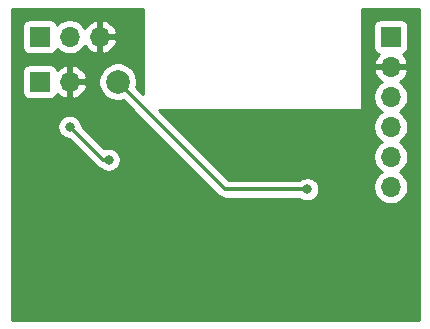
<source format=gbr>
%TF.GenerationSoftware,KiCad,Pcbnew,(5.1.9)-1*%
%TF.CreationDate,2021-10-20T11:11:32-07:00*%
%TF.ProjectId,LED-Controller-ESP-12F,4c45442d-436f-46e7-9472-6f6c6c65722d,A*%
%TF.SameCoordinates,Original*%
%TF.FileFunction,Copper,L2,Bot*%
%TF.FilePolarity,Positive*%
%FSLAX46Y46*%
G04 Gerber Fmt 4.6, Leading zero omitted, Abs format (unit mm)*
G04 Created by KiCad (PCBNEW (5.1.9)-1) date 2021-10-20 11:11:32*
%MOMM*%
%LPD*%
G01*
G04 APERTURE LIST*
%TA.AperFunction,ComponentPad*%
%ADD10R,1.700000X1.700000*%
%TD*%
%TA.AperFunction,ComponentPad*%
%ADD11O,1.700000X1.700000*%
%TD*%
%TA.AperFunction,ComponentPad*%
%ADD12C,2.000000*%
%TD*%
%TA.AperFunction,ViaPad*%
%ADD13C,0.800000*%
%TD*%
%TA.AperFunction,Conductor*%
%ADD14C,0.300387*%
%TD*%
%TA.AperFunction,Conductor*%
%ADD15C,0.254000*%
%TD*%
%TA.AperFunction,Conductor*%
%ADD16C,0.100000*%
%TD*%
G04 APERTURE END LIST*
D10*
%TO.P,J1,1*%
%TO.N,5V*%
X111252000Y-105664000D03*
D11*
%TO.P,J1,2*%
%TO.N,GROUND*%
X113792000Y-105664000D03*
%TD*%
D10*
%TO.P,J2,1*%
%TO.N,5V*%
X111252000Y-101854000D03*
D11*
%TO.P,J2,2*%
%TO.N,DATA*%
X113792000Y-101854000D03*
%TO.P,J2,3*%
%TO.N,GROUND*%
X116332000Y-101854000D03*
%TD*%
D10*
%TO.P,J3,1*%
%TO.N,3V3*%
X140970000Y-101854000D03*
D11*
%TO.P,J3,2*%
%TO.N,GROUND*%
X140970000Y-104394000D03*
%TO.P,J3,3*%
%TO.N,RX*%
X140970000Y-106934000D03*
%TO.P,J3,4*%
%TO.N,TX*%
X140970000Y-109474000D03*
%TO.P,J3,5*%
%TO.N,RESET*%
X140970000Y-112014000D03*
%TO.P,J3,6*%
%TO.N,Net-(J3-Pad6)*%
X140970000Y-114554000D03*
%TD*%
D12*
%TO.P,TP1,1*%
%TO.N,GPIO4*%
X117856000Y-105664000D03*
%TD*%
D13*
%TO.N,5V*%
X113792000Y-109474000D03*
X117094000Y-112268000D03*
%TO.N,GROUND*%
X115824000Y-116840000D03*
X134112000Y-121666000D03*
X113792000Y-114554000D03*
%TO.N,GPIO4*%
X133898000Y-114768000D03*
%TD*%
D14*
%TO.N,5V*%
X116586000Y-112268000D02*
X117094000Y-112268000D01*
X113792000Y-109474000D02*
X116586000Y-112268000D01*
%TO.N,GPIO4*%
X126960000Y-114768000D02*
X117856000Y-105664000D01*
X133898000Y-114768000D02*
X126960000Y-114768000D01*
%TD*%
D15*
%TO.N,GROUND*%
X120015000Y-106712569D02*
X119430686Y-106128255D01*
X119491000Y-105825033D01*
X119491000Y-105502967D01*
X119428168Y-105187088D01*
X119304918Y-104889537D01*
X119125987Y-104621748D01*
X118898252Y-104394013D01*
X118630463Y-104215082D01*
X118332912Y-104091832D01*
X118017033Y-104029000D01*
X117694967Y-104029000D01*
X117379088Y-104091832D01*
X117081537Y-104215082D01*
X116813748Y-104394013D01*
X116586013Y-104621748D01*
X116407082Y-104889537D01*
X116283832Y-105187088D01*
X116221000Y-105502967D01*
X116221000Y-105825033D01*
X116283832Y-106140912D01*
X116407082Y-106438463D01*
X116586013Y-106706252D01*
X116813748Y-106933987D01*
X117081537Y-107112918D01*
X117379088Y-107236168D01*
X117694967Y-107299000D01*
X118017033Y-107299000D01*
X118320255Y-107238686D01*
X126377509Y-115295940D01*
X126402098Y-115325902D01*
X126432059Y-115350490D01*
X126521659Y-115424023D01*
X126594570Y-115462994D01*
X126658066Y-115496934D01*
X126806075Y-115541832D01*
X126921427Y-115553193D01*
X126921429Y-115553193D01*
X126959999Y-115556992D01*
X126998569Y-115553193D01*
X133219482Y-115553193D01*
X133238226Y-115571937D01*
X133407744Y-115685205D01*
X133596102Y-115763226D01*
X133796061Y-115803000D01*
X133999939Y-115803000D01*
X134199898Y-115763226D01*
X134388256Y-115685205D01*
X134557774Y-115571937D01*
X134701937Y-115427774D01*
X134815205Y-115258256D01*
X134893226Y-115069898D01*
X134933000Y-114869939D01*
X134933000Y-114666061D01*
X134893226Y-114466102D01*
X134815205Y-114277744D01*
X134701937Y-114108226D01*
X134557774Y-113964063D01*
X134388256Y-113850795D01*
X134199898Y-113772774D01*
X133999939Y-113733000D01*
X133796061Y-113733000D01*
X133596102Y-113772774D01*
X133407744Y-113850795D01*
X133238226Y-113964063D01*
X133219482Y-113982807D01*
X127285238Y-113982807D01*
X121379431Y-108077000D01*
X138430000Y-108077000D01*
X138454776Y-108074560D01*
X138478601Y-108067333D01*
X138500557Y-108055597D01*
X138519803Y-108039803D01*
X138535597Y-108020557D01*
X138547333Y-107998601D01*
X138554560Y-107974776D01*
X138557000Y-107950000D01*
X138557000Y-106787740D01*
X139485000Y-106787740D01*
X139485000Y-107080260D01*
X139542068Y-107367158D01*
X139654010Y-107637411D01*
X139816525Y-107880632D01*
X140023368Y-108087475D01*
X140197760Y-108204000D01*
X140023368Y-108320525D01*
X139816525Y-108527368D01*
X139654010Y-108770589D01*
X139542068Y-109040842D01*
X139485000Y-109327740D01*
X139485000Y-109620260D01*
X139542068Y-109907158D01*
X139654010Y-110177411D01*
X139816525Y-110420632D01*
X140023368Y-110627475D01*
X140197760Y-110744000D01*
X140023368Y-110860525D01*
X139816525Y-111067368D01*
X139654010Y-111310589D01*
X139542068Y-111580842D01*
X139485000Y-111867740D01*
X139485000Y-112160260D01*
X139542068Y-112447158D01*
X139654010Y-112717411D01*
X139816525Y-112960632D01*
X140023368Y-113167475D01*
X140197760Y-113284000D01*
X140023368Y-113400525D01*
X139816525Y-113607368D01*
X139654010Y-113850589D01*
X139542068Y-114120842D01*
X139485000Y-114407740D01*
X139485000Y-114700260D01*
X139542068Y-114987158D01*
X139654010Y-115257411D01*
X139816525Y-115500632D01*
X140023368Y-115707475D01*
X140266589Y-115869990D01*
X140536842Y-115981932D01*
X140823740Y-116039000D01*
X141116260Y-116039000D01*
X141403158Y-115981932D01*
X141673411Y-115869990D01*
X141916632Y-115707475D01*
X142123475Y-115500632D01*
X142285990Y-115257411D01*
X142397932Y-114987158D01*
X142455000Y-114700260D01*
X142455000Y-114407740D01*
X142397932Y-114120842D01*
X142285990Y-113850589D01*
X142123475Y-113607368D01*
X141916632Y-113400525D01*
X141742240Y-113284000D01*
X141916632Y-113167475D01*
X142123475Y-112960632D01*
X142285990Y-112717411D01*
X142397932Y-112447158D01*
X142455000Y-112160260D01*
X142455000Y-111867740D01*
X142397932Y-111580842D01*
X142285990Y-111310589D01*
X142123475Y-111067368D01*
X141916632Y-110860525D01*
X141742240Y-110744000D01*
X141916632Y-110627475D01*
X142123475Y-110420632D01*
X142285990Y-110177411D01*
X142397932Y-109907158D01*
X142455000Y-109620260D01*
X142455000Y-109327740D01*
X142397932Y-109040842D01*
X142285990Y-108770589D01*
X142123475Y-108527368D01*
X141916632Y-108320525D01*
X141742240Y-108204000D01*
X141916632Y-108087475D01*
X142123475Y-107880632D01*
X142285990Y-107637411D01*
X142397932Y-107367158D01*
X142455000Y-107080260D01*
X142455000Y-106787740D01*
X142397932Y-106500842D01*
X142285990Y-106230589D01*
X142123475Y-105987368D01*
X141916632Y-105780525D01*
X141734466Y-105658805D01*
X141851355Y-105589178D01*
X142067588Y-105394269D01*
X142241641Y-105160920D01*
X142366825Y-104898099D01*
X142411476Y-104750890D01*
X142290155Y-104521000D01*
X141097000Y-104521000D01*
X141097000Y-104541000D01*
X140843000Y-104541000D01*
X140843000Y-104521000D01*
X139649845Y-104521000D01*
X139528524Y-104750890D01*
X139573175Y-104898099D01*
X139698359Y-105160920D01*
X139872412Y-105394269D01*
X140088645Y-105589178D01*
X140205534Y-105658805D01*
X140023368Y-105780525D01*
X139816525Y-105987368D01*
X139654010Y-106230589D01*
X139542068Y-106500842D01*
X139485000Y-106787740D01*
X138557000Y-106787740D01*
X138557000Y-101004000D01*
X139481928Y-101004000D01*
X139481928Y-102704000D01*
X139494188Y-102828482D01*
X139530498Y-102948180D01*
X139589463Y-103058494D01*
X139668815Y-103155185D01*
X139765506Y-103234537D01*
X139875820Y-103293502D01*
X139956466Y-103317966D01*
X139872412Y-103393731D01*
X139698359Y-103627080D01*
X139573175Y-103889901D01*
X139528524Y-104037110D01*
X139649845Y-104267000D01*
X140843000Y-104267000D01*
X140843000Y-104247000D01*
X141097000Y-104247000D01*
X141097000Y-104267000D01*
X142290155Y-104267000D01*
X142411476Y-104037110D01*
X142366825Y-103889901D01*
X142241641Y-103627080D01*
X142067588Y-103393731D01*
X141983534Y-103317966D01*
X142064180Y-103293502D01*
X142174494Y-103234537D01*
X142271185Y-103155185D01*
X142350537Y-103058494D01*
X142409502Y-102948180D01*
X142445812Y-102828482D01*
X142458072Y-102704000D01*
X142458072Y-101004000D01*
X142445812Y-100879518D01*
X142409502Y-100759820D01*
X142350537Y-100649506D01*
X142271185Y-100552815D01*
X142174494Y-100473463D01*
X142064180Y-100414498D01*
X141944482Y-100378188D01*
X141820000Y-100365928D01*
X140120000Y-100365928D01*
X139995518Y-100378188D01*
X139875820Y-100414498D01*
X139765506Y-100473463D01*
X139668815Y-100552815D01*
X139589463Y-100649506D01*
X139530498Y-100759820D01*
X139494188Y-100879518D01*
X139481928Y-101004000D01*
X138557000Y-101004000D01*
X138557000Y-99491000D01*
X143333000Y-99491000D01*
X143333001Y-125807000D01*
X108889000Y-125807000D01*
X108889000Y-109372061D01*
X112757000Y-109372061D01*
X112757000Y-109575939D01*
X112796774Y-109775898D01*
X112874795Y-109964256D01*
X112988063Y-110133774D01*
X113132226Y-110277937D01*
X113301744Y-110391205D01*
X113490102Y-110469226D01*
X113690061Y-110509000D01*
X113716570Y-110509000D01*
X116003505Y-112795935D01*
X116028098Y-112825902D01*
X116105608Y-112889512D01*
X116147659Y-112924023D01*
X116216150Y-112960632D01*
X116284066Y-112996934D01*
X116391949Y-113029660D01*
X116434226Y-113071937D01*
X116603744Y-113185205D01*
X116792102Y-113263226D01*
X116992061Y-113303000D01*
X117195939Y-113303000D01*
X117395898Y-113263226D01*
X117584256Y-113185205D01*
X117753774Y-113071937D01*
X117897937Y-112927774D01*
X118011205Y-112758256D01*
X118089226Y-112569898D01*
X118129000Y-112369939D01*
X118129000Y-112166061D01*
X118089226Y-111966102D01*
X118011205Y-111777744D01*
X117897937Y-111608226D01*
X117753774Y-111464063D01*
X117584256Y-111350795D01*
X117395898Y-111272774D01*
X117195939Y-111233000D01*
X116992061Y-111233000D01*
X116792102Y-111272774D01*
X116727828Y-111299398D01*
X114827000Y-109398570D01*
X114827000Y-109372061D01*
X114787226Y-109172102D01*
X114709205Y-108983744D01*
X114595937Y-108814226D01*
X114451774Y-108670063D01*
X114282256Y-108556795D01*
X114093898Y-108478774D01*
X113893939Y-108439000D01*
X113690061Y-108439000D01*
X113490102Y-108478774D01*
X113301744Y-108556795D01*
X113132226Y-108670063D01*
X112988063Y-108814226D01*
X112874795Y-108983744D01*
X112796774Y-109172102D01*
X112757000Y-109372061D01*
X108889000Y-109372061D01*
X108889000Y-104814000D01*
X109763928Y-104814000D01*
X109763928Y-106514000D01*
X109776188Y-106638482D01*
X109812498Y-106758180D01*
X109871463Y-106868494D01*
X109950815Y-106965185D01*
X110047506Y-107044537D01*
X110157820Y-107103502D01*
X110277518Y-107139812D01*
X110402000Y-107152072D01*
X112102000Y-107152072D01*
X112226482Y-107139812D01*
X112346180Y-107103502D01*
X112456494Y-107044537D01*
X112553185Y-106965185D01*
X112632537Y-106868494D01*
X112691502Y-106758180D01*
X112715966Y-106677534D01*
X112791731Y-106761588D01*
X113025080Y-106935641D01*
X113287901Y-107060825D01*
X113435110Y-107105476D01*
X113665000Y-106984155D01*
X113665000Y-105791000D01*
X113919000Y-105791000D01*
X113919000Y-106984155D01*
X114148890Y-107105476D01*
X114296099Y-107060825D01*
X114558920Y-106935641D01*
X114792269Y-106761588D01*
X114987178Y-106545355D01*
X115136157Y-106295252D01*
X115233481Y-106020891D01*
X115112814Y-105791000D01*
X113919000Y-105791000D01*
X113665000Y-105791000D01*
X113645000Y-105791000D01*
X113645000Y-105537000D01*
X113665000Y-105537000D01*
X113665000Y-104343845D01*
X113919000Y-104343845D01*
X113919000Y-105537000D01*
X115112814Y-105537000D01*
X115233481Y-105307109D01*
X115136157Y-105032748D01*
X114987178Y-104782645D01*
X114792269Y-104566412D01*
X114558920Y-104392359D01*
X114296099Y-104267175D01*
X114148890Y-104222524D01*
X113919000Y-104343845D01*
X113665000Y-104343845D01*
X113435110Y-104222524D01*
X113287901Y-104267175D01*
X113025080Y-104392359D01*
X112791731Y-104566412D01*
X112715966Y-104650466D01*
X112691502Y-104569820D01*
X112632537Y-104459506D01*
X112553185Y-104362815D01*
X112456494Y-104283463D01*
X112346180Y-104224498D01*
X112226482Y-104188188D01*
X112102000Y-104175928D01*
X110402000Y-104175928D01*
X110277518Y-104188188D01*
X110157820Y-104224498D01*
X110047506Y-104283463D01*
X109950815Y-104362815D01*
X109871463Y-104459506D01*
X109812498Y-104569820D01*
X109776188Y-104689518D01*
X109763928Y-104814000D01*
X108889000Y-104814000D01*
X108889000Y-101004000D01*
X109763928Y-101004000D01*
X109763928Y-102704000D01*
X109776188Y-102828482D01*
X109812498Y-102948180D01*
X109871463Y-103058494D01*
X109950815Y-103155185D01*
X110047506Y-103234537D01*
X110157820Y-103293502D01*
X110277518Y-103329812D01*
X110402000Y-103342072D01*
X112102000Y-103342072D01*
X112226482Y-103329812D01*
X112346180Y-103293502D01*
X112456494Y-103234537D01*
X112553185Y-103155185D01*
X112632537Y-103058494D01*
X112691502Y-102948180D01*
X112713513Y-102875620D01*
X112845368Y-103007475D01*
X113088589Y-103169990D01*
X113358842Y-103281932D01*
X113645740Y-103339000D01*
X113938260Y-103339000D01*
X114225158Y-103281932D01*
X114495411Y-103169990D01*
X114738632Y-103007475D01*
X114945475Y-102800632D01*
X115067195Y-102618466D01*
X115136822Y-102735355D01*
X115331731Y-102951588D01*
X115565080Y-103125641D01*
X115827901Y-103250825D01*
X115975110Y-103295476D01*
X116205000Y-103174155D01*
X116205000Y-101981000D01*
X116459000Y-101981000D01*
X116459000Y-103174155D01*
X116688890Y-103295476D01*
X116836099Y-103250825D01*
X117098920Y-103125641D01*
X117332269Y-102951588D01*
X117527178Y-102735355D01*
X117676157Y-102485252D01*
X117773481Y-102210891D01*
X117652814Y-101981000D01*
X116459000Y-101981000D01*
X116205000Y-101981000D01*
X116185000Y-101981000D01*
X116185000Y-101727000D01*
X116205000Y-101727000D01*
X116205000Y-100533845D01*
X116459000Y-100533845D01*
X116459000Y-101727000D01*
X117652814Y-101727000D01*
X117773481Y-101497109D01*
X117676157Y-101222748D01*
X117527178Y-100972645D01*
X117332269Y-100756412D01*
X117098920Y-100582359D01*
X116836099Y-100457175D01*
X116688890Y-100412524D01*
X116459000Y-100533845D01*
X116205000Y-100533845D01*
X115975110Y-100412524D01*
X115827901Y-100457175D01*
X115565080Y-100582359D01*
X115331731Y-100756412D01*
X115136822Y-100972645D01*
X115067195Y-101089534D01*
X114945475Y-100907368D01*
X114738632Y-100700525D01*
X114495411Y-100538010D01*
X114225158Y-100426068D01*
X113938260Y-100369000D01*
X113645740Y-100369000D01*
X113358842Y-100426068D01*
X113088589Y-100538010D01*
X112845368Y-100700525D01*
X112713513Y-100832380D01*
X112691502Y-100759820D01*
X112632537Y-100649506D01*
X112553185Y-100552815D01*
X112456494Y-100473463D01*
X112346180Y-100414498D01*
X112226482Y-100378188D01*
X112102000Y-100365928D01*
X110402000Y-100365928D01*
X110277518Y-100378188D01*
X110157820Y-100414498D01*
X110047506Y-100473463D01*
X109950815Y-100552815D01*
X109871463Y-100649506D01*
X109812498Y-100759820D01*
X109776188Y-100879518D01*
X109763928Y-101004000D01*
X108889000Y-101004000D01*
X108889000Y-99491000D01*
X120015000Y-99491000D01*
X120015000Y-106712569D01*
%TA.AperFunction,Conductor*%
D16*
G36*
X120015000Y-106712569D02*
G01*
X119430686Y-106128255D01*
X119491000Y-105825033D01*
X119491000Y-105502967D01*
X119428168Y-105187088D01*
X119304918Y-104889537D01*
X119125987Y-104621748D01*
X118898252Y-104394013D01*
X118630463Y-104215082D01*
X118332912Y-104091832D01*
X118017033Y-104029000D01*
X117694967Y-104029000D01*
X117379088Y-104091832D01*
X117081537Y-104215082D01*
X116813748Y-104394013D01*
X116586013Y-104621748D01*
X116407082Y-104889537D01*
X116283832Y-105187088D01*
X116221000Y-105502967D01*
X116221000Y-105825033D01*
X116283832Y-106140912D01*
X116407082Y-106438463D01*
X116586013Y-106706252D01*
X116813748Y-106933987D01*
X117081537Y-107112918D01*
X117379088Y-107236168D01*
X117694967Y-107299000D01*
X118017033Y-107299000D01*
X118320255Y-107238686D01*
X126377509Y-115295940D01*
X126402098Y-115325902D01*
X126432059Y-115350490D01*
X126521659Y-115424023D01*
X126594570Y-115462994D01*
X126658066Y-115496934D01*
X126806075Y-115541832D01*
X126921427Y-115553193D01*
X126921429Y-115553193D01*
X126959999Y-115556992D01*
X126998569Y-115553193D01*
X133219482Y-115553193D01*
X133238226Y-115571937D01*
X133407744Y-115685205D01*
X133596102Y-115763226D01*
X133796061Y-115803000D01*
X133999939Y-115803000D01*
X134199898Y-115763226D01*
X134388256Y-115685205D01*
X134557774Y-115571937D01*
X134701937Y-115427774D01*
X134815205Y-115258256D01*
X134893226Y-115069898D01*
X134933000Y-114869939D01*
X134933000Y-114666061D01*
X134893226Y-114466102D01*
X134815205Y-114277744D01*
X134701937Y-114108226D01*
X134557774Y-113964063D01*
X134388256Y-113850795D01*
X134199898Y-113772774D01*
X133999939Y-113733000D01*
X133796061Y-113733000D01*
X133596102Y-113772774D01*
X133407744Y-113850795D01*
X133238226Y-113964063D01*
X133219482Y-113982807D01*
X127285238Y-113982807D01*
X121379431Y-108077000D01*
X138430000Y-108077000D01*
X138454776Y-108074560D01*
X138478601Y-108067333D01*
X138500557Y-108055597D01*
X138519803Y-108039803D01*
X138535597Y-108020557D01*
X138547333Y-107998601D01*
X138554560Y-107974776D01*
X138557000Y-107950000D01*
X138557000Y-106787740D01*
X139485000Y-106787740D01*
X139485000Y-107080260D01*
X139542068Y-107367158D01*
X139654010Y-107637411D01*
X139816525Y-107880632D01*
X140023368Y-108087475D01*
X140197760Y-108204000D01*
X140023368Y-108320525D01*
X139816525Y-108527368D01*
X139654010Y-108770589D01*
X139542068Y-109040842D01*
X139485000Y-109327740D01*
X139485000Y-109620260D01*
X139542068Y-109907158D01*
X139654010Y-110177411D01*
X139816525Y-110420632D01*
X140023368Y-110627475D01*
X140197760Y-110744000D01*
X140023368Y-110860525D01*
X139816525Y-111067368D01*
X139654010Y-111310589D01*
X139542068Y-111580842D01*
X139485000Y-111867740D01*
X139485000Y-112160260D01*
X139542068Y-112447158D01*
X139654010Y-112717411D01*
X139816525Y-112960632D01*
X140023368Y-113167475D01*
X140197760Y-113284000D01*
X140023368Y-113400525D01*
X139816525Y-113607368D01*
X139654010Y-113850589D01*
X139542068Y-114120842D01*
X139485000Y-114407740D01*
X139485000Y-114700260D01*
X139542068Y-114987158D01*
X139654010Y-115257411D01*
X139816525Y-115500632D01*
X140023368Y-115707475D01*
X140266589Y-115869990D01*
X140536842Y-115981932D01*
X140823740Y-116039000D01*
X141116260Y-116039000D01*
X141403158Y-115981932D01*
X141673411Y-115869990D01*
X141916632Y-115707475D01*
X142123475Y-115500632D01*
X142285990Y-115257411D01*
X142397932Y-114987158D01*
X142455000Y-114700260D01*
X142455000Y-114407740D01*
X142397932Y-114120842D01*
X142285990Y-113850589D01*
X142123475Y-113607368D01*
X141916632Y-113400525D01*
X141742240Y-113284000D01*
X141916632Y-113167475D01*
X142123475Y-112960632D01*
X142285990Y-112717411D01*
X142397932Y-112447158D01*
X142455000Y-112160260D01*
X142455000Y-111867740D01*
X142397932Y-111580842D01*
X142285990Y-111310589D01*
X142123475Y-111067368D01*
X141916632Y-110860525D01*
X141742240Y-110744000D01*
X141916632Y-110627475D01*
X142123475Y-110420632D01*
X142285990Y-110177411D01*
X142397932Y-109907158D01*
X142455000Y-109620260D01*
X142455000Y-109327740D01*
X142397932Y-109040842D01*
X142285990Y-108770589D01*
X142123475Y-108527368D01*
X141916632Y-108320525D01*
X141742240Y-108204000D01*
X141916632Y-108087475D01*
X142123475Y-107880632D01*
X142285990Y-107637411D01*
X142397932Y-107367158D01*
X142455000Y-107080260D01*
X142455000Y-106787740D01*
X142397932Y-106500842D01*
X142285990Y-106230589D01*
X142123475Y-105987368D01*
X141916632Y-105780525D01*
X141734466Y-105658805D01*
X141851355Y-105589178D01*
X142067588Y-105394269D01*
X142241641Y-105160920D01*
X142366825Y-104898099D01*
X142411476Y-104750890D01*
X142290155Y-104521000D01*
X141097000Y-104521000D01*
X141097000Y-104541000D01*
X140843000Y-104541000D01*
X140843000Y-104521000D01*
X139649845Y-104521000D01*
X139528524Y-104750890D01*
X139573175Y-104898099D01*
X139698359Y-105160920D01*
X139872412Y-105394269D01*
X140088645Y-105589178D01*
X140205534Y-105658805D01*
X140023368Y-105780525D01*
X139816525Y-105987368D01*
X139654010Y-106230589D01*
X139542068Y-106500842D01*
X139485000Y-106787740D01*
X138557000Y-106787740D01*
X138557000Y-101004000D01*
X139481928Y-101004000D01*
X139481928Y-102704000D01*
X139494188Y-102828482D01*
X139530498Y-102948180D01*
X139589463Y-103058494D01*
X139668815Y-103155185D01*
X139765506Y-103234537D01*
X139875820Y-103293502D01*
X139956466Y-103317966D01*
X139872412Y-103393731D01*
X139698359Y-103627080D01*
X139573175Y-103889901D01*
X139528524Y-104037110D01*
X139649845Y-104267000D01*
X140843000Y-104267000D01*
X140843000Y-104247000D01*
X141097000Y-104247000D01*
X141097000Y-104267000D01*
X142290155Y-104267000D01*
X142411476Y-104037110D01*
X142366825Y-103889901D01*
X142241641Y-103627080D01*
X142067588Y-103393731D01*
X141983534Y-103317966D01*
X142064180Y-103293502D01*
X142174494Y-103234537D01*
X142271185Y-103155185D01*
X142350537Y-103058494D01*
X142409502Y-102948180D01*
X142445812Y-102828482D01*
X142458072Y-102704000D01*
X142458072Y-101004000D01*
X142445812Y-100879518D01*
X142409502Y-100759820D01*
X142350537Y-100649506D01*
X142271185Y-100552815D01*
X142174494Y-100473463D01*
X142064180Y-100414498D01*
X141944482Y-100378188D01*
X141820000Y-100365928D01*
X140120000Y-100365928D01*
X139995518Y-100378188D01*
X139875820Y-100414498D01*
X139765506Y-100473463D01*
X139668815Y-100552815D01*
X139589463Y-100649506D01*
X139530498Y-100759820D01*
X139494188Y-100879518D01*
X139481928Y-101004000D01*
X138557000Y-101004000D01*
X138557000Y-99491000D01*
X143333000Y-99491000D01*
X143333001Y-125807000D01*
X108889000Y-125807000D01*
X108889000Y-109372061D01*
X112757000Y-109372061D01*
X112757000Y-109575939D01*
X112796774Y-109775898D01*
X112874795Y-109964256D01*
X112988063Y-110133774D01*
X113132226Y-110277937D01*
X113301744Y-110391205D01*
X113490102Y-110469226D01*
X113690061Y-110509000D01*
X113716570Y-110509000D01*
X116003505Y-112795935D01*
X116028098Y-112825902D01*
X116105608Y-112889512D01*
X116147659Y-112924023D01*
X116216150Y-112960632D01*
X116284066Y-112996934D01*
X116391949Y-113029660D01*
X116434226Y-113071937D01*
X116603744Y-113185205D01*
X116792102Y-113263226D01*
X116992061Y-113303000D01*
X117195939Y-113303000D01*
X117395898Y-113263226D01*
X117584256Y-113185205D01*
X117753774Y-113071937D01*
X117897937Y-112927774D01*
X118011205Y-112758256D01*
X118089226Y-112569898D01*
X118129000Y-112369939D01*
X118129000Y-112166061D01*
X118089226Y-111966102D01*
X118011205Y-111777744D01*
X117897937Y-111608226D01*
X117753774Y-111464063D01*
X117584256Y-111350795D01*
X117395898Y-111272774D01*
X117195939Y-111233000D01*
X116992061Y-111233000D01*
X116792102Y-111272774D01*
X116727828Y-111299398D01*
X114827000Y-109398570D01*
X114827000Y-109372061D01*
X114787226Y-109172102D01*
X114709205Y-108983744D01*
X114595937Y-108814226D01*
X114451774Y-108670063D01*
X114282256Y-108556795D01*
X114093898Y-108478774D01*
X113893939Y-108439000D01*
X113690061Y-108439000D01*
X113490102Y-108478774D01*
X113301744Y-108556795D01*
X113132226Y-108670063D01*
X112988063Y-108814226D01*
X112874795Y-108983744D01*
X112796774Y-109172102D01*
X112757000Y-109372061D01*
X108889000Y-109372061D01*
X108889000Y-104814000D01*
X109763928Y-104814000D01*
X109763928Y-106514000D01*
X109776188Y-106638482D01*
X109812498Y-106758180D01*
X109871463Y-106868494D01*
X109950815Y-106965185D01*
X110047506Y-107044537D01*
X110157820Y-107103502D01*
X110277518Y-107139812D01*
X110402000Y-107152072D01*
X112102000Y-107152072D01*
X112226482Y-107139812D01*
X112346180Y-107103502D01*
X112456494Y-107044537D01*
X112553185Y-106965185D01*
X112632537Y-106868494D01*
X112691502Y-106758180D01*
X112715966Y-106677534D01*
X112791731Y-106761588D01*
X113025080Y-106935641D01*
X113287901Y-107060825D01*
X113435110Y-107105476D01*
X113665000Y-106984155D01*
X113665000Y-105791000D01*
X113919000Y-105791000D01*
X113919000Y-106984155D01*
X114148890Y-107105476D01*
X114296099Y-107060825D01*
X114558920Y-106935641D01*
X114792269Y-106761588D01*
X114987178Y-106545355D01*
X115136157Y-106295252D01*
X115233481Y-106020891D01*
X115112814Y-105791000D01*
X113919000Y-105791000D01*
X113665000Y-105791000D01*
X113645000Y-105791000D01*
X113645000Y-105537000D01*
X113665000Y-105537000D01*
X113665000Y-104343845D01*
X113919000Y-104343845D01*
X113919000Y-105537000D01*
X115112814Y-105537000D01*
X115233481Y-105307109D01*
X115136157Y-105032748D01*
X114987178Y-104782645D01*
X114792269Y-104566412D01*
X114558920Y-104392359D01*
X114296099Y-104267175D01*
X114148890Y-104222524D01*
X113919000Y-104343845D01*
X113665000Y-104343845D01*
X113435110Y-104222524D01*
X113287901Y-104267175D01*
X113025080Y-104392359D01*
X112791731Y-104566412D01*
X112715966Y-104650466D01*
X112691502Y-104569820D01*
X112632537Y-104459506D01*
X112553185Y-104362815D01*
X112456494Y-104283463D01*
X112346180Y-104224498D01*
X112226482Y-104188188D01*
X112102000Y-104175928D01*
X110402000Y-104175928D01*
X110277518Y-104188188D01*
X110157820Y-104224498D01*
X110047506Y-104283463D01*
X109950815Y-104362815D01*
X109871463Y-104459506D01*
X109812498Y-104569820D01*
X109776188Y-104689518D01*
X109763928Y-104814000D01*
X108889000Y-104814000D01*
X108889000Y-101004000D01*
X109763928Y-101004000D01*
X109763928Y-102704000D01*
X109776188Y-102828482D01*
X109812498Y-102948180D01*
X109871463Y-103058494D01*
X109950815Y-103155185D01*
X110047506Y-103234537D01*
X110157820Y-103293502D01*
X110277518Y-103329812D01*
X110402000Y-103342072D01*
X112102000Y-103342072D01*
X112226482Y-103329812D01*
X112346180Y-103293502D01*
X112456494Y-103234537D01*
X112553185Y-103155185D01*
X112632537Y-103058494D01*
X112691502Y-102948180D01*
X112713513Y-102875620D01*
X112845368Y-103007475D01*
X113088589Y-103169990D01*
X113358842Y-103281932D01*
X113645740Y-103339000D01*
X113938260Y-103339000D01*
X114225158Y-103281932D01*
X114495411Y-103169990D01*
X114738632Y-103007475D01*
X114945475Y-102800632D01*
X115067195Y-102618466D01*
X115136822Y-102735355D01*
X115331731Y-102951588D01*
X115565080Y-103125641D01*
X115827901Y-103250825D01*
X115975110Y-103295476D01*
X116205000Y-103174155D01*
X116205000Y-101981000D01*
X116459000Y-101981000D01*
X116459000Y-103174155D01*
X116688890Y-103295476D01*
X116836099Y-103250825D01*
X117098920Y-103125641D01*
X117332269Y-102951588D01*
X117527178Y-102735355D01*
X117676157Y-102485252D01*
X117773481Y-102210891D01*
X117652814Y-101981000D01*
X116459000Y-101981000D01*
X116205000Y-101981000D01*
X116185000Y-101981000D01*
X116185000Y-101727000D01*
X116205000Y-101727000D01*
X116205000Y-100533845D01*
X116459000Y-100533845D01*
X116459000Y-101727000D01*
X117652814Y-101727000D01*
X117773481Y-101497109D01*
X117676157Y-101222748D01*
X117527178Y-100972645D01*
X117332269Y-100756412D01*
X117098920Y-100582359D01*
X116836099Y-100457175D01*
X116688890Y-100412524D01*
X116459000Y-100533845D01*
X116205000Y-100533845D01*
X115975110Y-100412524D01*
X115827901Y-100457175D01*
X115565080Y-100582359D01*
X115331731Y-100756412D01*
X115136822Y-100972645D01*
X115067195Y-101089534D01*
X114945475Y-100907368D01*
X114738632Y-100700525D01*
X114495411Y-100538010D01*
X114225158Y-100426068D01*
X113938260Y-100369000D01*
X113645740Y-100369000D01*
X113358842Y-100426068D01*
X113088589Y-100538010D01*
X112845368Y-100700525D01*
X112713513Y-100832380D01*
X112691502Y-100759820D01*
X112632537Y-100649506D01*
X112553185Y-100552815D01*
X112456494Y-100473463D01*
X112346180Y-100414498D01*
X112226482Y-100378188D01*
X112102000Y-100365928D01*
X110402000Y-100365928D01*
X110277518Y-100378188D01*
X110157820Y-100414498D01*
X110047506Y-100473463D01*
X109950815Y-100552815D01*
X109871463Y-100649506D01*
X109812498Y-100759820D01*
X109776188Y-100879518D01*
X109763928Y-101004000D01*
X108889000Y-101004000D01*
X108889000Y-99491000D01*
X120015000Y-99491000D01*
X120015000Y-106712569D01*
G37*
%TD.AperFunction*%
%TD*%
M02*

</source>
